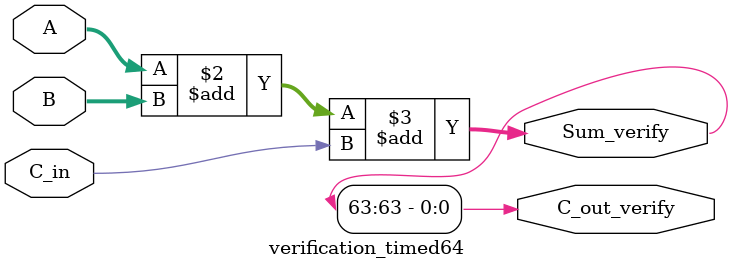
<source format=v>
`timescale 1ns / 1ps


module verification_timed64(C_out_verify, Sum_verify, A, B, C_in);
    input [63:0] A, B;
    input C_in;
    output reg [63:0] Sum_verify;
    output reg C_out_verify;

    // Introduce a small delay to simulate gate propagation
    always @(A or B or C_in) begin
        #1 Sum_verify = A + B + C_in;  // 1ns delay to simulate addition delay
        #1 C_out_verify = (Sum_verify[63] == 1'b1); // Carry-out calculation
    end
endmodule

</source>
